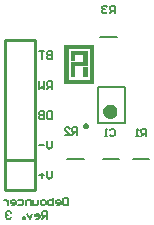
<source format=gbo>
%FSTAX23Y23*%
%MOIN*%
%SFA1B1*%

%IPPOS*%
%ADD10C,0.010000*%
%ADD11C,0.005000*%
%ADD28C,0.009800*%
%ADD29C,0.023600*%
%ADD30C,0.001000*%
%ADD31C,0.007900*%
%LNencoderdebouncer-1*%
%LPD*%
G54D10*
X0001Y-0053D02*
X0011D01*
Y-0063D02*
Y-0053D01*
X0001Y-0063D02*
X0011D01*
X0001D02*
Y-0013D01*
X0011*
Y-0063D02*
Y-0013D01*
G54D11*
X00327Y-00118D02*
X00382D01*
X00217Y-00525D02*
X00272D01*
X00435D02*
X0049D01*
X00335D02*
X0039D01*
X0022Y-00655D02*
Y-0068D01*
X00207*
X00203Y-00675*
Y-00659*
X00207Y-00655*
X0022*
X00182Y-0068D02*
X0019D01*
X00195Y-00675*
Y-00667*
X0019Y-00663*
X00182*
X00178Y-00667*
Y-00671*
X00195*
X0017Y-00655D02*
Y-0068D01*
X00157*
X00153Y-00675*
Y-00671*
Y-00667*
X00157Y-00663*
X0017*
X0014Y-0068D02*
X00132D01*
X00128Y-00675*
Y-00667*
X00132Y-00663*
X0014*
X00145Y-00667*
Y-00675*
X0014Y-0068*
X0012Y-00663D02*
Y-00675D01*
X00115Y-0068*
X00103*
Y-00663*
X00095Y-0068D02*
Y-00663D01*
X00082*
X00078Y-00667*
Y-0068*
X00053Y-00663D02*
X00065D01*
X0007Y-00667*
Y-00675*
X00065Y-0068*
X00053*
X00032D02*
X0004D01*
X00045Y-00675*
Y-00667*
X0004Y-00663*
X00032*
X00028Y-00667*
Y-00671*
X00045*
X0002Y-00663D02*
Y-0068D01*
Y-00671*
X00015Y-00667*
X00011Y-00663*
X00007*
X0015Y-00725D02*
Y-007D01*
X00137*
X00133Y-00704*
Y-00712*
X00137Y-00716*
X0015*
X00141D02*
X00133Y-00725D01*
X00112D02*
X0012D01*
X00125Y-0072*
Y-00712*
X0012Y-00708*
X00112*
X00108Y-00712*
Y-00716*
X00125*
X001Y-00708D02*
X00091Y-00725D01*
X00083Y-00708*
X00075Y-00725D02*
Y-0072D01*
X0007*
Y-00725*
X00075*
X00029Y-00704D02*
X00025Y-007D01*
X00016*
X00012Y-00704*
Y-00708*
X00016Y-00712*
X0002*
X00016*
X00012Y-00716*
Y-0072*
X00016Y-00725*
X00025*
X00029Y-0072*
X00165Y-00567D02*
Y-00584D01*
X00156Y-00592*
X00148Y-00584*
Y-00567*
X0014Y-0058D02*
X00123D01*
X00131Y-00571D02*
Y-00588D01*
X00165Y-00467D02*
Y-00484D01*
X00156Y-00492*
X00148Y-00484*
Y-00467*
X0014Y-0048D02*
X00123D01*
X00165Y-00367D02*
Y-00392D01*
X00152*
X00148Y-00388*
Y-00371*
X00152Y-00367*
X00165*
X0014D02*
Y-00392D01*
X00127*
X00123Y-00388*
Y-00384*
X00127Y-0038*
X0014*
X00127*
X00123Y-00375*
Y-00371*
X00127Y-00367*
X0014*
X00165Y-00292D02*
Y-00267D01*
X00152*
X00148Y-00271*
Y-0028*
X00152Y-00284*
X00165*
X00156D02*
X00148Y-00292D01*
X0014Y-00267D02*
Y-00292D01*
X00131Y-00284*
X00123Y-00292*
Y-00267*
X00165Y-00167D02*
Y-00192D01*
X00152*
X00148Y-00188*
Y-00184*
X00152Y-0018*
X00165*
X00152*
X00148Y-00175*
Y-00171*
X00152Y-00167*
X00165*
X0014D02*
X00123D01*
X00131*
Y-00192*
X00375Y-0004D02*
Y-00015D01*
X00362*
X00358Y-00019*
Y-00027*
X00362Y-00031*
X00375*
X00366D02*
X00358Y-0004D01*
X0035Y-00019D02*
X00345Y-00015D01*
X00337*
X00333Y-00019*
Y-00023*
X00337Y-00027*
X00341*
X00337*
X00333Y-00031*
Y-00035*
X00337Y-0004*
X00345*
X0035Y-00035*
X0025Y-00445D02*
Y-0042D01*
X00237*
X00233Y-00424*
Y-00432*
X00237Y-00436*
X0025*
X00241D02*
X00233Y-00445D01*
X00208D02*
X00225D01*
X00208Y-00428*
Y-00424*
X00212Y-0042*
X0022*
X00225Y-00424*
X0048Y-0045D02*
Y-00425D01*
X00467*
X00463Y-00429*
Y-00437*
X00467Y-00441*
X0048*
X00471D02*
X00463Y-0045D01*
X00455D02*
X00446D01*
X0045*
Y-00425*
X00455Y-00429*
X00358D02*
X00362Y-00425D01*
X0037*
X00375Y-00429*
Y-00445*
X0037Y-0045*
X00362*
X00358Y-00445*
X0035Y-0045D02*
X00341D01*
X00345*
Y-00425*
X0035Y-00429*
G54D28*
X00282Y-00414D02*
D01*
X00282Y-00414*
X00282Y-00414*
X00282Y-00413*
X00282Y-00413*
X00282Y-00413*
X00281Y-00412*
X00281Y-00412*
X00281Y-00412*
X00281Y-00412*
X00281Y-00411*
X0028Y-00411*
X0028Y-00411*
X0028Y-00411*
X0028Y-0041*
X00279Y-0041*
X00279Y-0041*
X00279Y-0041*
X00278Y-0041*
X00278Y-0041*
X00278Y-0041*
X00277Y-0041*
X00277Y-0041*
X00277*
X00276Y-0041*
X00276Y-0041*
X00276Y-0041*
X00275Y-0041*
X00275Y-0041*
X00275Y-0041*
X00274Y-0041*
X00274Y-0041*
X00274Y-00411*
X00274Y-00411*
X00273Y-00411*
X00273Y-00411*
X00273Y-00412*
X00273Y-00412*
X00273Y-00412*
X00272Y-00412*
X00272Y-00413*
X00272Y-00413*
X00272Y-00413*
X00272Y-00414*
X00272Y-00414*
X00272Y-00414*
X00272Y-00415*
X00272Y-00415*
X00272Y-00415*
X00272Y-00416*
X00272Y-00416*
X00272Y-00416*
X00273Y-00417*
X00273Y-00417*
X00273Y-00417*
X00273Y-00418*
X00273Y-00418*
X00274Y-00418*
X00274Y-00418*
X00274Y-00418*
X00274Y-00419*
X00275Y-00419*
X00275Y-00419*
X00275Y-00419*
X00276Y-00419*
X00276Y-00419*
X00276Y-00419*
X00277Y-00419*
X00277*
X00277Y-00419*
X00278Y-00419*
X00278Y-00419*
X00278Y-00419*
X00279Y-00419*
X00279Y-00419*
X00279Y-00419*
X0028Y-00418*
X0028Y-00418*
X0028Y-00418*
X0028Y-00418*
X00281Y-00418*
X00281Y-00417*
X00281Y-00417*
X00281Y-00417*
X00281Y-00416*
X00282Y-00416*
X00282Y-00416*
X00282Y-00415*
X00282Y-00415*
X00282Y-00415*
X00282Y-00414*
G54D29*
X0037Y-00366D02*
D01*
X0037Y-00365*
X0037Y-00365*
X0037Y-00364*
X0037Y-00363*
X0037Y-00362*
X00369Y-00361*
X00369Y-00361*
X00369Y-0036*
X00368Y-00359*
X00368Y-00359*
X00367Y-00358*
X00366Y-00357*
X00366Y-00357*
X00365Y-00356*
X00365Y-00356*
X00364Y-00356*
X00363Y-00355*
X00362Y-00355*
X00361Y-00355*
X00361Y-00355*
X0036Y-00354*
X00359Y-00354*
X00358*
X00357Y-00354*
X00357Y-00355*
X00356Y-00355*
X00355Y-00355*
X00354Y-00355*
X00353Y-00356*
X00353Y-00356*
X00352Y-00356*
X00351Y-00357*
X00351Y-00357*
X0035Y-00358*
X0035Y-00359*
X00349Y-00359*
X00349Y-0036*
X00348Y-00361*
X00348Y-00361*
X00348Y-00362*
X00347Y-00363*
X00347Y-00364*
X00347Y-00365*
X00347Y-00365*
X00347Y-00366*
X00347Y-00367*
X00347Y-00368*
X00347Y-00369*
X00347Y-00369*
X00348Y-0037*
X00348Y-00371*
X00348Y-00372*
X00349Y-00372*
X00349Y-00373*
X0035Y-00374*
X0035Y-00374*
X00351Y-00375*
X00351Y-00375*
X00352Y-00376*
X00353Y-00376*
X00353Y-00377*
X00354Y-00377*
X00355Y-00377*
X00356Y-00378*
X00357Y-00378*
X00357Y-00378*
X00358Y-00378*
X00359*
X0036Y-00378*
X00361Y-00378*
X00361Y-00378*
X00362Y-00377*
X00363Y-00377*
X00364Y-00377*
X00365Y-00376*
X00365Y-00376*
X00366Y-00375*
X00366Y-00375*
X00367Y-00374*
X00368Y-00374*
X00368Y-00373*
X00369Y-00372*
X00369Y-00372*
X00369Y-00371*
X0037Y-0037*
X0037Y-00369*
X0037Y-00369*
X0037Y-00368*
X0037Y-00367*
X0037Y-00366*
G54D30*
X00207Y-00146D02*
X00302D01*
X00207Y-00147D02*
X00302D01*
X00207Y-00148D02*
X00302D01*
X00207Y-00149D02*
X00302D01*
X00207Y-0015D02*
X00302D01*
X00207Y-00151D02*
X00302D01*
X00207Y-00152D02*
X00302D01*
X00207Y-00153D02*
X00302D01*
X00207Y-00154D02*
X00302D01*
X00207Y-00155D02*
X00302D01*
X00291Y-00156D02*
X00302D01*
X00207D02*
X00218D01*
X00291Y-00157D02*
X00302D01*
X00207D02*
X00218D01*
X00291Y-00158D02*
X00302D01*
X00207D02*
X00218D01*
X00291Y-00159D02*
X00302D01*
X00207D02*
X00218D01*
X00291Y-0016D02*
X00302D01*
X00207D02*
X00218D01*
X00291Y-00161D02*
X00302D01*
X00207D02*
X00218D01*
X00291Y-00162D02*
X00302D01*
X00207D02*
X00218D01*
X00291Y-00163D02*
X00302D01*
X00207D02*
X00218D01*
X00291Y-00164D02*
X00302D01*
X00207D02*
X00218D01*
X00291Y-00165D02*
X00302D01*
X00207D02*
X00218D01*
X00291Y-00166D02*
X00302D01*
X00207D02*
X00218D01*
X00291Y-00167D02*
X00302D01*
X0027D02*
X00281D01*
X00228D02*
X00265D01*
X00207D02*
X00218D01*
X00291Y-00168D02*
X00302D01*
X0027D02*
X00281D01*
X00228D02*
X00265D01*
X00207D02*
X00218D01*
X00291Y-00169D02*
X00302D01*
X0027D02*
X00281D01*
X00228D02*
X00265D01*
X00207D02*
X00218D01*
X00291Y-0017D02*
X00302D01*
X0027D02*
X00281D01*
X00228D02*
X00265D01*
X00207D02*
X00218D01*
X00291Y-00171D02*
X00302D01*
X0027D02*
X00281D01*
X00228D02*
X00265D01*
X00207D02*
X00218D01*
X00291Y-00172D02*
X00302D01*
X0027D02*
X00281D01*
X00228D02*
X00265D01*
X00207D02*
X00218D01*
X00291Y-00173D02*
X00302D01*
X0027D02*
X00281D01*
X00228D02*
X00265D01*
X00207D02*
X00218D01*
X00291Y-00174D02*
X00302D01*
X0027D02*
X00281D01*
X00228D02*
X00265D01*
X00207D02*
X00218D01*
X00291Y-00175D02*
X00302D01*
X0027D02*
X00281D01*
X00228D02*
X00265D01*
X00207D02*
X00218D01*
X00291Y-00176D02*
X00302D01*
X0027D02*
X00281D01*
X00228D02*
X00265D01*
X00207D02*
X00218D01*
X00291Y-00177D02*
X00302D01*
X0027D02*
X00281D01*
X00228D02*
X00239D01*
X00207D02*
X00218D01*
X00291Y-00178D02*
X00302D01*
X0027D02*
X00281D01*
X00228D02*
X00239D01*
X00207D02*
X00218D01*
X00291Y-00179D02*
X00302D01*
X0027D02*
X00281D01*
X00228D02*
X00239D01*
X00207D02*
X00218D01*
X00291Y-0018D02*
X00302D01*
X0027D02*
X00281D01*
X00228D02*
X00239D01*
X00207D02*
X00218D01*
X00291Y-00181D02*
X00302D01*
X0027D02*
X00281D01*
X00228D02*
X00239D01*
X00207D02*
X00218D01*
X00291Y-00182D02*
X00302D01*
X0027D02*
X00281D01*
X00228D02*
X00239D01*
X00207D02*
X00218D01*
X00291Y-00183D02*
X00302D01*
X0027D02*
X00281D01*
X00228D02*
X00239D01*
X00207D02*
X00218D01*
X00291Y-00184D02*
X00302D01*
X0027D02*
X00281D01*
X00228D02*
X00239D01*
X00207D02*
X00218D01*
X00291Y-00185D02*
X00302D01*
X0027D02*
X00281D01*
X00228D02*
X00239D01*
X00207D02*
X00218D01*
X00291Y-00186D02*
X00302D01*
X0027D02*
X00281D01*
X00228D02*
X00239D01*
X00207D02*
X00218D01*
X00291Y-00187D02*
X00302D01*
X0027D02*
X00281D01*
X00228D02*
X00239D01*
X00207D02*
X00218D01*
X00291Y-00188D02*
X00302D01*
X0027D02*
X00281D01*
X00228D02*
X00239D01*
X00207D02*
X00218D01*
X00291Y-00189D02*
X00302D01*
X0027D02*
X00281D01*
X00228D02*
X00239D01*
X00207D02*
X00218D01*
X00291Y-0019D02*
X00302D01*
X0027D02*
X00281D01*
X00228D02*
X00239D01*
X00207D02*
X00218D01*
X00291Y-00191D02*
X00302D01*
X0027D02*
X00281D01*
X00228D02*
X00239D01*
X00207D02*
X00218D01*
X00291Y-00192D02*
X00302D01*
X0027D02*
X00281D01*
X00228D02*
X00239D01*
X00207D02*
X00218D01*
X00291Y-00193D02*
X00302D01*
X0027D02*
X00281D01*
X00228D02*
X00239D01*
X00207D02*
X00218D01*
X00291Y-00194D02*
X00302D01*
X0027D02*
X00281D01*
X00228D02*
X00239D01*
X00207D02*
X00218D01*
X00291Y-00195D02*
X00302D01*
X0027D02*
X00281D01*
X00228D02*
X00239D01*
X00207D02*
X00218D01*
X00291Y-00196D02*
X00302D01*
X0027D02*
X00281D01*
X00228D02*
X00239D01*
X00207D02*
X00218D01*
X00291Y-00197D02*
X00302D01*
X0027D02*
X00281D01*
X00228D02*
X00239D01*
X00207D02*
X00218D01*
X00291Y-00198D02*
X00302D01*
X0027D02*
X00281D01*
X00207D02*
X00218D01*
X00291Y-00199D02*
X00302D01*
X0027D02*
X00281D01*
X00207D02*
X00218D01*
X00291Y-002D02*
X00302D01*
X0027D02*
X00281D01*
X00207D02*
X00218D01*
X00291Y-00201D02*
X00302D01*
X0027D02*
X00281D01*
X00207D02*
X00218D01*
X00291Y-00202D02*
X00302D01*
X0027D02*
X00281D01*
X00207D02*
X00218D01*
X00291Y-00203D02*
X00302D01*
X00228D02*
X00281D01*
X00207D02*
X00218D01*
X00291Y-00204D02*
X00302D01*
X00228D02*
X00281D01*
X00207D02*
X00218D01*
X00291Y-00205D02*
X00302D01*
X00228D02*
X00281D01*
X00207D02*
X00218D01*
X00291Y-00206D02*
X00302D01*
X00228D02*
X00281D01*
X00207D02*
X00218D01*
X00291Y-00207D02*
X00302D01*
X00228D02*
X00281D01*
X00207D02*
X00218D01*
X00291Y-00208D02*
X00302D01*
X00228D02*
X00281D01*
X00207D02*
X00218D01*
X00291Y-00209D02*
X00302D01*
X00228D02*
X00281D01*
X00207D02*
X00218D01*
X00291Y-0021D02*
X00302D01*
X00228D02*
X00281D01*
X00207D02*
X00218D01*
X00291Y-00211D02*
X00302D01*
X00228D02*
X00281D01*
X00207D02*
X00218D01*
X00291Y-00212D02*
X00302D01*
X00228D02*
X00281D01*
X00207D02*
X00218D01*
X00291Y-00213D02*
X00302D01*
X00228D02*
X00281D01*
X00207D02*
X00218D01*
X00291Y-00214D02*
X00302D01*
X00228D02*
X00239D01*
X00207D02*
X00218D01*
X00291Y-00215D02*
X00302D01*
X00228D02*
X00239D01*
X00207D02*
X00218D01*
X00291Y-00216D02*
X00302D01*
X00228D02*
X00239D01*
X00207D02*
X00218D01*
X00291Y-00217D02*
X00302D01*
X00228D02*
X00239D01*
X00207D02*
X00218D01*
X00291Y-00218D02*
X00302D01*
X00228D02*
X00239D01*
X00207D02*
X00218D01*
X00291Y-00219D02*
X00302D01*
X0027D02*
X00281D01*
X00228D02*
X00239D01*
X00207D02*
X00218D01*
X00291Y-0022D02*
X00302D01*
X0027D02*
X00281D01*
X00228D02*
X00239D01*
X00207D02*
X00218D01*
X00291Y-00221D02*
X00302D01*
X0027D02*
X00281D01*
X00228D02*
X00239D01*
X00207D02*
X00218D01*
X00291Y-00222D02*
X00302D01*
X0027D02*
X00281D01*
X00228D02*
X00239D01*
X00207D02*
X00218D01*
X00291Y-00223D02*
X00302D01*
X0027D02*
X00281D01*
X00228D02*
X00239D01*
X00207D02*
X00218D01*
X00291Y-00224D02*
X00302D01*
X0027D02*
X00281D01*
X00228D02*
X00239D01*
X00207D02*
X00218D01*
X00291Y-00225D02*
X00302D01*
X0027D02*
X00281D01*
X00228D02*
X00239D01*
X00207D02*
X00218D01*
X00291Y-00226D02*
X00302D01*
X0027D02*
X00281D01*
X00228D02*
X00239D01*
X00207D02*
X00218D01*
X00291Y-00227D02*
X00302D01*
X0027D02*
X00281D01*
X00228D02*
X00239D01*
X00207D02*
X00218D01*
X00291Y-00228D02*
X00302D01*
X0027D02*
X00281D01*
X00228D02*
X00239D01*
X00207D02*
X00218D01*
X00291Y-00229D02*
X00302D01*
X0027D02*
X00281D01*
X00228D02*
X00239D01*
X00207D02*
X00218D01*
X00291Y-0023D02*
X00302D01*
X0027D02*
X00281D01*
X00228D02*
X00239D01*
X00207D02*
X00218D01*
X00291Y-00231D02*
X00302D01*
X0027D02*
X00281D01*
X00228D02*
X00239D01*
X00207D02*
X00218D01*
X00291Y-00232D02*
X00302D01*
X0027D02*
X00281D01*
X00228D02*
X00239D01*
X00207D02*
X00218D01*
X00291Y-00233D02*
X00302D01*
X0027D02*
X00281D01*
X00228D02*
X00239D01*
X00207D02*
X00218D01*
X00291Y-00234D02*
X00302D01*
X0027D02*
X00281D01*
X00228D02*
X00239D01*
X00207D02*
X00218D01*
X00291Y-00235D02*
X00302D01*
X0027D02*
X00281D01*
X00228D02*
X00239D01*
X00207D02*
X00218D01*
X00291Y-00236D02*
X00302D01*
X0027D02*
X00281D01*
X00228D02*
X00239D01*
X00207D02*
X00218D01*
X00291Y-00237D02*
X00302D01*
X0027D02*
X00281D01*
X00228D02*
X00239D01*
X00207D02*
X00218D01*
X00291Y-00238D02*
X00302D01*
X0027D02*
X00281D01*
X00228D02*
X00239D01*
X00207D02*
X00218D01*
X00291Y-00239D02*
X00302D01*
X0027D02*
X00281D01*
X00228D02*
X00239D01*
X00207D02*
X00218D01*
X00291Y-0024D02*
X00302D01*
X0027D02*
X00281D01*
X00228D02*
X00239D01*
X00207D02*
X00218D01*
X00291Y-00241D02*
X00302D01*
X0027D02*
X00281D01*
X00228D02*
X00239D01*
X00207D02*
X00218D01*
X00291Y-00242D02*
X00302D01*
X0027D02*
X00281D01*
X00228D02*
X00239D01*
X00207D02*
X00218D01*
X00291Y-00243D02*
X00302D01*
X0027D02*
X00281D01*
X00228D02*
X00239D01*
X00207D02*
X00218D01*
X00291Y-00244D02*
X00302D01*
X0027D02*
X00281D01*
X00228D02*
X00239D01*
X00207D02*
X00218D01*
X00291Y-00245D02*
X00302D01*
X0027D02*
X00281D01*
X00228D02*
X00239D01*
X00207D02*
X00218D01*
X00291Y-00246D02*
X00302D01*
X0027D02*
X00281D01*
X00228D02*
X00239D01*
X00207D02*
X00218D01*
X00291Y-00247D02*
X00302D01*
X0027D02*
X00281D01*
X00228D02*
X00239D01*
X00207D02*
X00218D01*
X00291Y-00248D02*
X00302D01*
X0027D02*
X00281D01*
X00228D02*
X00239D01*
X00207D02*
X00218D01*
X00291Y-00249D02*
X00302D01*
X0027D02*
X00281D01*
X00228D02*
X00239D01*
X00207D02*
X00218D01*
X00291Y-0025D02*
X00302D01*
X0027D02*
X00281D01*
X00228D02*
X00239D01*
X00207D02*
X00218D01*
X00291Y-00251D02*
X00302D01*
X00207D02*
X00218D01*
X00291Y-00252D02*
X00302D01*
X00207D02*
X00218D01*
X00291Y-00253D02*
X00302D01*
X00207D02*
X00218D01*
X00291Y-00254D02*
X00302D01*
X00207D02*
X00218D01*
X00291Y-00255D02*
X00302D01*
X00207D02*
X00218D01*
X00291Y-00256D02*
X00302D01*
X00207D02*
X00218D01*
X00291Y-00257D02*
X00302D01*
X00207D02*
X00218D01*
X00291Y-00258D02*
X00302D01*
X00207D02*
X00218D01*
X00291Y-00259D02*
X00302D01*
X00207D02*
X00218D01*
X00291Y-0026D02*
X00302D01*
X00207D02*
X00218D01*
X00207Y-00261D02*
X00302D01*
X00207Y-00262D02*
X00302D01*
X00207Y-00263D02*
X00302D01*
X00207Y-00264D02*
X00302D01*
X00207Y-00265D02*
X00302D01*
X00207Y-00266D02*
X00302D01*
X00207Y-00267D02*
X00302D01*
X00207Y-00268D02*
X00302D01*
X00207Y-00269D02*
X00302D01*
X00207Y-0027D02*
X00302D01*
X00207Y-00271D02*
X00302D01*
G54D31*
X00319Y-00406D02*
Y-00284D01*
X0041Y-00406D02*
Y-00284D01*
X00319Y-00406D02*
X0041D01*
X00319Y-00284D02*
X0041D01*
M02*
</source>
